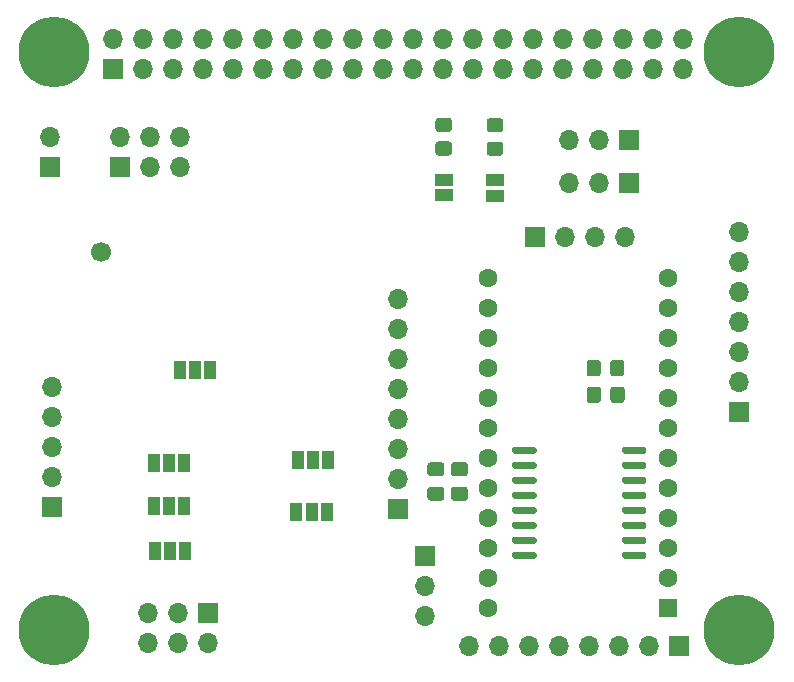
<source format=gbr>
%TF.GenerationSoftware,KiCad,Pcbnew,(5.1.10)-1*%
%TF.CreationDate,2022-02-24T16:30:35+08:00*%
%TF.ProjectId,hat,6861742e-6b69-4636-9164-5f7063625858,rev?*%
%TF.SameCoordinates,Original*%
%TF.FileFunction,Soldermask,Bot*%
%TF.FilePolarity,Negative*%
%FSLAX46Y46*%
G04 Gerber Fmt 4.6, Leading zero omitted, Abs format (unit mm)*
G04 Created by KiCad (PCBNEW (5.1.10)-1) date 2022-02-24 16:30:35*
%MOMM*%
%LPD*%
G01*
G04 APERTURE LIST*
%ADD10C,1.600000*%
%ADD11R,1.600000X1.600000*%
%ADD12O,1.700000X1.700000*%
%ADD13R,1.700000X1.700000*%
%ADD14R,1.500000X1.000000*%
%ADD15R,1.000000X1.500000*%
%ADD16C,1.700000*%
%ADD17C,6.000000*%
G04 APERTURE END LIST*
D10*
%TO.C,U4*%
X160230000Y-114630000D03*
X160230000Y-112090000D03*
X160230000Y-109550000D03*
X160230000Y-107010000D03*
X160230000Y-104470000D03*
X160230000Y-101930000D03*
X160230000Y-99390000D03*
X160230000Y-96850000D03*
X160230000Y-94310000D03*
X160230000Y-91770000D03*
X160230000Y-89230000D03*
X160230000Y-86690000D03*
X175470000Y-86690000D03*
X175470000Y-89230000D03*
X175470000Y-91770000D03*
X175470000Y-94310000D03*
X175470000Y-96850000D03*
X175470000Y-99390000D03*
X175470000Y-101930000D03*
X175470000Y-104470000D03*
X175470000Y-107010000D03*
X175470000Y-109550000D03*
X175470000Y-112090000D03*
D11*
X175470000Y-114630000D03*
%TD*%
%TO.C,U6*%
G36*
G01*
X171575000Y-110300000D02*
X171575000Y-110000000D01*
G75*
G02*
X171725000Y-109850000I150000J0D01*
G01*
X173475000Y-109850000D01*
G75*
G02*
X173625000Y-110000000I0J-150000D01*
G01*
X173625000Y-110300000D01*
G75*
G02*
X173475000Y-110450000I-150000J0D01*
G01*
X171725000Y-110450000D01*
G75*
G02*
X171575000Y-110300000I0J150000D01*
G01*
G37*
G36*
G01*
X171575000Y-109030000D02*
X171575000Y-108730000D01*
G75*
G02*
X171725000Y-108580000I150000J0D01*
G01*
X173475000Y-108580000D01*
G75*
G02*
X173625000Y-108730000I0J-150000D01*
G01*
X173625000Y-109030000D01*
G75*
G02*
X173475000Y-109180000I-150000J0D01*
G01*
X171725000Y-109180000D01*
G75*
G02*
X171575000Y-109030000I0J150000D01*
G01*
G37*
G36*
G01*
X171575000Y-107760000D02*
X171575000Y-107460000D01*
G75*
G02*
X171725000Y-107310000I150000J0D01*
G01*
X173475000Y-107310000D01*
G75*
G02*
X173625000Y-107460000I0J-150000D01*
G01*
X173625000Y-107760000D01*
G75*
G02*
X173475000Y-107910000I-150000J0D01*
G01*
X171725000Y-107910000D01*
G75*
G02*
X171575000Y-107760000I0J150000D01*
G01*
G37*
G36*
G01*
X171575000Y-106490000D02*
X171575000Y-106190000D01*
G75*
G02*
X171725000Y-106040000I150000J0D01*
G01*
X173475000Y-106040000D01*
G75*
G02*
X173625000Y-106190000I0J-150000D01*
G01*
X173625000Y-106490000D01*
G75*
G02*
X173475000Y-106640000I-150000J0D01*
G01*
X171725000Y-106640000D01*
G75*
G02*
X171575000Y-106490000I0J150000D01*
G01*
G37*
G36*
G01*
X171575000Y-105220000D02*
X171575000Y-104920000D01*
G75*
G02*
X171725000Y-104770000I150000J0D01*
G01*
X173475000Y-104770000D01*
G75*
G02*
X173625000Y-104920000I0J-150000D01*
G01*
X173625000Y-105220000D01*
G75*
G02*
X173475000Y-105370000I-150000J0D01*
G01*
X171725000Y-105370000D01*
G75*
G02*
X171575000Y-105220000I0J150000D01*
G01*
G37*
G36*
G01*
X171575000Y-103950000D02*
X171575000Y-103650000D01*
G75*
G02*
X171725000Y-103500000I150000J0D01*
G01*
X173475000Y-103500000D01*
G75*
G02*
X173625000Y-103650000I0J-150000D01*
G01*
X173625000Y-103950000D01*
G75*
G02*
X173475000Y-104100000I-150000J0D01*
G01*
X171725000Y-104100000D01*
G75*
G02*
X171575000Y-103950000I0J150000D01*
G01*
G37*
G36*
G01*
X171575000Y-102680000D02*
X171575000Y-102380000D01*
G75*
G02*
X171725000Y-102230000I150000J0D01*
G01*
X173475000Y-102230000D01*
G75*
G02*
X173625000Y-102380000I0J-150000D01*
G01*
X173625000Y-102680000D01*
G75*
G02*
X173475000Y-102830000I-150000J0D01*
G01*
X171725000Y-102830000D01*
G75*
G02*
X171575000Y-102680000I0J150000D01*
G01*
G37*
G36*
G01*
X171575000Y-101410000D02*
X171575000Y-101110000D01*
G75*
G02*
X171725000Y-100960000I150000J0D01*
G01*
X173475000Y-100960000D01*
G75*
G02*
X173625000Y-101110000I0J-150000D01*
G01*
X173625000Y-101410000D01*
G75*
G02*
X173475000Y-101560000I-150000J0D01*
G01*
X171725000Y-101560000D01*
G75*
G02*
X171575000Y-101410000I0J150000D01*
G01*
G37*
G36*
G01*
X162275000Y-101410000D02*
X162275000Y-101110000D01*
G75*
G02*
X162425000Y-100960000I150000J0D01*
G01*
X164175000Y-100960000D01*
G75*
G02*
X164325000Y-101110000I0J-150000D01*
G01*
X164325000Y-101410000D01*
G75*
G02*
X164175000Y-101560000I-150000J0D01*
G01*
X162425000Y-101560000D01*
G75*
G02*
X162275000Y-101410000I0J150000D01*
G01*
G37*
G36*
G01*
X162275000Y-102680000D02*
X162275000Y-102380000D01*
G75*
G02*
X162425000Y-102230000I150000J0D01*
G01*
X164175000Y-102230000D01*
G75*
G02*
X164325000Y-102380000I0J-150000D01*
G01*
X164325000Y-102680000D01*
G75*
G02*
X164175000Y-102830000I-150000J0D01*
G01*
X162425000Y-102830000D01*
G75*
G02*
X162275000Y-102680000I0J150000D01*
G01*
G37*
G36*
G01*
X162275000Y-103950000D02*
X162275000Y-103650000D01*
G75*
G02*
X162425000Y-103500000I150000J0D01*
G01*
X164175000Y-103500000D01*
G75*
G02*
X164325000Y-103650000I0J-150000D01*
G01*
X164325000Y-103950000D01*
G75*
G02*
X164175000Y-104100000I-150000J0D01*
G01*
X162425000Y-104100000D01*
G75*
G02*
X162275000Y-103950000I0J150000D01*
G01*
G37*
G36*
G01*
X162275000Y-105220000D02*
X162275000Y-104920000D01*
G75*
G02*
X162425000Y-104770000I150000J0D01*
G01*
X164175000Y-104770000D01*
G75*
G02*
X164325000Y-104920000I0J-150000D01*
G01*
X164325000Y-105220000D01*
G75*
G02*
X164175000Y-105370000I-150000J0D01*
G01*
X162425000Y-105370000D01*
G75*
G02*
X162275000Y-105220000I0J150000D01*
G01*
G37*
G36*
G01*
X162275000Y-106490000D02*
X162275000Y-106190000D01*
G75*
G02*
X162425000Y-106040000I150000J0D01*
G01*
X164175000Y-106040000D01*
G75*
G02*
X164325000Y-106190000I0J-150000D01*
G01*
X164325000Y-106490000D01*
G75*
G02*
X164175000Y-106640000I-150000J0D01*
G01*
X162425000Y-106640000D01*
G75*
G02*
X162275000Y-106490000I0J150000D01*
G01*
G37*
G36*
G01*
X162275000Y-107760000D02*
X162275000Y-107460000D01*
G75*
G02*
X162425000Y-107310000I150000J0D01*
G01*
X164175000Y-107310000D01*
G75*
G02*
X164325000Y-107460000I0J-150000D01*
G01*
X164325000Y-107760000D01*
G75*
G02*
X164175000Y-107910000I-150000J0D01*
G01*
X162425000Y-107910000D01*
G75*
G02*
X162275000Y-107760000I0J150000D01*
G01*
G37*
G36*
G01*
X162275000Y-109030000D02*
X162275000Y-108730000D01*
G75*
G02*
X162425000Y-108580000I150000J0D01*
G01*
X164175000Y-108580000D01*
G75*
G02*
X164325000Y-108730000I0J-150000D01*
G01*
X164325000Y-109030000D01*
G75*
G02*
X164175000Y-109180000I-150000J0D01*
G01*
X162425000Y-109180000D01*
G75*
G02*
X162275000Y-109030000I0J150000D01*
G01*
G37*
G36*
G01*
X162275000Y-110300000D02*
X162275000Y-110000000D01*
G75*
G02*
X162425000Y-109850000I150000J0D01*
G01*
X164175000Y-109850000D01*
G75*
G02*
X164325000Y-110000000I0J-150000D01*
G01*
X164325000Y-110300000D01*
G75*
G02*
X164175000Y-110450000I-150000J0D01*
G01*
X162425000Y-110450000D01*
G75*
G02*
X162275000Y-110300000I0J150000D01*
G01*
G37*
%TD*%
D12*
%TO.C,J8*%
X158620000Y-117800000D03*
X161160000Y-117800000D03*
X163700000Y-117800000D03*
X166240000Y-117800000D03*
X168780000Y-117800000D03*
X171320000Y-117800000D03*
X173860000Y-117800000D03*
D13*
X176400000Y-117800000D03*
%TD*%
%TO.C,C7*%
G36*
G01*
X158275000Y-103450000D02*
X157325000Y-103450000D01*
G75*
G02*
X157075000Y-103200000I0J250000D01*
G01*
X157075000Y-102525000D01*
G75*
G02*
X157325000Y-102275000I250000J0D01*
G01*
X158275000Y-102275000D01*
G75*
G02*
X158525000Y-102525000I0J-250000D01*
G01*
X158525000Y-103200000D01*
G75*
G02*
X158275000Y-103450000I-250000J0D01*
G01*
G37*
G36*
G01*
X158275000Y-105525000D02*
X157325000Y-105525000D01*
G75*
G02*
X157075000Y-105275000I0J250000D01*
G01*
X157075000Y-104600000D01*
G75*
G02*
X157325000Y-104350000I250000J0D01*
G01*
X158275000Y-104350000D01*
G75*
G02*
X158525000Y-104600000I0J-250000D01*
G01*
X158525000Y-105275000D01*
G75*
G02*
X158275000Y-105525000I-250000J0D01*
G01*
G37*
%TD*%
%TO.C,C6*%
G36*
G01*
X156275000Y-103450000D02*
X155325000Y-103450000D01*
G75*
G02*
X155075000Y-103200000I0J250000D01*
G01*
X155075000Y-102525000D01*
G75*
G02*
X155325000Y-102275000I250000J0D01*
G01*
X156275000Y-102275000D01*
G75*
G02*
X156525000Y-102525000I0J-250000D01*
G01*
X156525000Y-103200000D01*
G75*
G02*
X156275000Y-103450000I-250000J0D01*
G01*
G37*
G36*
G01*
X156275000Y-105525000D02*
X155325000Y-105525000D01*
G75*
G02*
X155075000Y-105275000I0J250000D01*
G01*
X155075000Y-104600000D01*
G75*
G02*
X155325000Y-104350000I250000J0D01*
G01*
X156275000Y-104350000D01*
G75*
G02*
X156525000Y-104600000I0J-250000D01*
G01*
X156525000Y-105275000D01*
G75*
G02*
X156275000Y-105525000I-250000J0D01*
G01*
G37*
%TD*%
D12*
%TO.C,SPI_PORT1*%
X181470000Y-82800000D03*
X181470000Y-85340000D03*
X181470000Y-87880000D03*
X181470000Y-90420000D03*
X181470000Y-92960000D03*
X181470000Y-95500000D03*
D13*
X181470000Y-98040000D03*
%TD*%
D12*
%TO.C,J3*%
X154900000Y-115280000D03*
X154900000Y-112740000D03*
D13*
X154900000Y-110200000D03*
%TD*%
D12*
%TO.C,J4*%
X123340000Y-95900000D03*
X123340000Y-98440000D03*
X123340000Y-100980000D03*
X123340000Y-103520000D03*
D13*
X123340000Y-106060000D03*
%TD*%
D12*
%TO.C,SDA_PU1*%
X167060000Y-74980000D03*
X169600000Y-74980000D03*
D13*
X172140000Y-74980000D03*
%TD*%
D12*
%TO.C,SCL_PU1*%
X167070000Y-78590000D03*
X169610000Y-78590000D03*
D13*
X172150000Y-78590000D03*
%TD*%
%TO.C,R10*%
G36*
G01*
X160349999Y-75130000D02*
X161250001Y-75130000D01*
G75*
G02*
X161500000Y-75379999I0J-249999D01*
G01*
X161500000Y-76080001D01*
G75*
G02*
X161250001Y-76330000I-249999J0D01*
G01*
X160349999Y-76330000D01*
G75*
G02*
X160100000Y-76080001I0J249999D01*
G01*
X160100000Y-75379999D01*
G75*
G02*
X160349999Y-75130000I249999J0D01*
G01*
G37*
G36*
G01*
X160349999Y-73130000D02*
X161250001Y-73130000D01*
G75*
G02*
X161500000Y-73379999I0J-249999D01*
G01*
X161500000Y-74080001D01*
G75*
G02*
X161250001Y-74330000I-249999J0D01*
G01*
X160349999Y-74330000D01*
G75*
G02*
X160100000Y-74080001I0J249999D01*
G01*
X160100000Y-73379999D01*
G75*
G02*
X160349999Y-73130000I249999J0D01*
G01*
G37*
%TD*%
%TO.C,R9*%
G36*
G01*
X156920001Y-74310000D02*
X156019999Y-74310000D01*
G75*
G02*
X155770000Y-74060001I0J249999D01*
G01*
X155770000Y-73359999D01*
G75*
G02*
X156019999Y-73110000I249999J0D01*
G01*
X156920001Y-73110000D01*
G75*
G02*
X157170000Y-73359999I0J-249999D01*
G01*
X157170000Y-74060001D01*
G75*
G02*
X156920001Y-74310000I-249999J0D01*
G01*
G37*
G36*
G01*
X156920001Y-76310000D02*
X156019999Y-76310000D01*
G75*
G02*
X155770000Y-76060001I0J249999D01*
G01*
X155770000Y-75359999D01*
G75*
G02*
X156019999Y-75110000I249999J0D01*
G01*
X156920001Y-75110000D01*
G75*
G02*
X157170000Y-75359999I0J-249999D01*
G01*
X157170000Y-76060001D01*
G75*
G02*
X156920001Y-76310000I-249999J0D01*
G01*
G37*
%TD*%
%TO.C,R8*%
G36*
G01*
X170560000Y-94750001D02*
X170560000Y-93849999D01*
G75*
G02*
X170809999Y-93600000I249999J0D01*
G01*
X171510001Y-93600000D01*
G75*
G02*
X171760000Y-93849999I0J-249999D01*
G01*
X171760000Y-94750001D01*
G75*
G02*
X171510001Y-95000000I-249999J0D01*
G01*
X170809999Y-95000000D01*
G75*
G02*
X170560000Y-94750001I0J249999D01*
G01*
G37*
G36*
G01*
X168560000Y-94750001D02*
X168560000Y-93849999D01*
G75*
G02*
X168809999Y-93600000I249999J0D01*
G01*
X169510001Y-93600000D01*
G75*
G02*
X169760000Y-93849999I0J-249999D01*
G01*
X169760000Y-94750001D01*
G75*
G02*
X169510001Y-95000000I-249999J0D01*
G01*
X168809999Y-95000000D01*
G75*
G02*
X168560000Y-94750001I0J249999D01*
G01*
G37*
%TD*%
%TO.C,R7*%
G36*
G01*
X170580000Y-97010001D02*
X170580000Y-96109999D01*
G75*
G02*
X170829999Y-95860000I249999J0D01*
G01*
X171530001Y-95860000D01*
G75*
G02*
X171780000Y-96109999I0J-249999D01*
G01*
X171780000Y-97010001D01*
G75*
G02*
X171530001Y-97260000I-249999J0D01*
G01*
X170829999Y-97260000D01*
G75*
G02*
X170580000Y-97010001I0J249999D01*
G01*
G37*
G36*
G01*
X168580000Y-97010001D02*
X168580000Y-96109999D01*
G75*
G02*
X168829999Y-95860000I249999J0D01*
G01*
X169530001Y-95860000D01*
G75*
G02*
X169780000Y-96109999I0J-249999D01*
G01*
X169780000Y-97010001D01*
G75*
G02*
X169530001Y-97260000I-249999J0D01*
G01*
X168829999Y-97260000D01*
G75*
G02*
X168580000Y-97010001I0J249999D01*
G01*
G37*
%TD*%
D14*
%TO.C,JP8*%
X160810000Y-78390000D03*
X160810000Y-79690000D03*
%TD*%
%TO.C,JP7*%
X156470000Y-78380000D03*
X156470000Y-79680000D03*
%TD*%
D15*
%TO.C,JP6*%
X135400000Y-94500000D03*
X134100000Y-94500000D03*
X136700000Y-94500000D03*
%TD*%
%TO.C,JP5*%
X133200000Y-102300000D03*
X131900000Y-102300000D03*
X134500000Y-102300000D03*
%TD*%
%TO.C,JP4*%
X133200000Y-106000000D03*
X131900000Y-106000000D03*
X134500000Y-106000000D03*
%TD*%
%TO.C,JP3*%
X145300000Y-106500000D03*
X144000000Y-106500000D03*
X146600000Y-106500000D03*
%TD*%
%TO.C,JP2*%
X145400000Y-102100000D03*
X144100000Y-102100000D03*
X146700000Y-102100000D03*
%TD*%
%TO.C,JP1*%
X133300000Y-109800000D03*
X132000000Y-109800000D03*
X134600000Y-109800000D03*
%TD*%
D12*
%TO.C,J7*%
X131420000Y-117540000D03*
X131420000Y-115000000D03*
X133960000Y-117540000D03*
X133960000Y-115000000D03*
X136500000Y-117540000D03*
D13*
X136500000Y-115000000D03*
%TD*%
D12*
%TO.C,J6*%
X134100000Y-74770000D03*
X134100000Y-77310000D03*
X131560000Y-74770000D03*
X131560000Y-77310000D03*
X129020000Y-74770000D03*
D13*
X129020000Y-77310000D03*
%TD*%
D16*
%TO.C,J2*%
X127450000Y-84480000D03*
%TD*%
D12*
%TO.C,I2C_PORT1*%
X171850000Y-83160000D03*
X169310000Y-83160000D03*
X166770000Y-83160000D03*
D13*
X164230000Y-83160000D03*
%TD*%
D12*
%TO.C,FAN1*%
X123150000Y-74770000D03*
D13*
X123150000Y-77310000D03*
%TD*%
D17*
%TO.C,H3*%
X181500000Y-67500000D03*
%TD*%
%TO.C,H1*%
X123500000Y-116500000D03*
%TD*%
%TO.C,H2*%
X123500000Y-67500000D03*
%TD*%
%TO.C,H4*%
X181500000Y-116500000D03*
%TD*%
D12*
%TO.C,J1*%
X176760000Y-66460000D03*
X176760000Y-69000000D03*
X174220000Y-66460000D03*
X174220000Y-69000000D03*
X171680000Y-66460000D03*
X171680000Y-69000000D03*
X169140000Y-66460000D03*
X169140000Y-69000000D03*
X166600000Y-66460000D03*
X166600000Y-69000000D03*
X164060000Y-66460000D03*
X164060000Y-69000000D03*
X161520000Y-66460000D03*
X161520000Y-69000000D03*
X158980000Y-66460000D03*
X158980000Y-69000000D03*
X156440000Y-66460000D03*
X156440000Y-69000000D03*
X153900000Y-66460000D03*
X153900000Y-69000000D03*
X151360000Y-66460000D03*
X151360000Y-69000000D03*
X148820000Y-66460000D03*
X148820000Y-69000000D03*
X146280000Y-66460000D03*
X146280000Y-69000000D03*
X143740000Y-66460000D03*
X143740000Y-69000000D03*
X141200000Y-66460000D03*
X141200000Y-69000000D03*
X138660000Y-66460000D03*
X138660000Y-69000000D03*
X136120000Y-66460000D03*
X136120000Y-69000000D03*
X133580000Y-66460000D03*
X133580000Y-69000000D03*
X131040000Y-66460000D03*
X131040000Y-69000000D03*
X128500000Y-66460000D03*
D13*
X128500000Y-69000000D03*
%TD*%
%TO.C,J5*%
X152600000Y-106200000D03*
D12*
X152600000Y-103660000D03*
X152600000Y-101120000D03*
X152600000Y-98580000D03*
X152600000Y-96040000D03*
X152600000Y-93500000D03*
X152600000Y-90960000D03*
X152600000Y-88420000D03*
%TD*%
M02*

</source>
